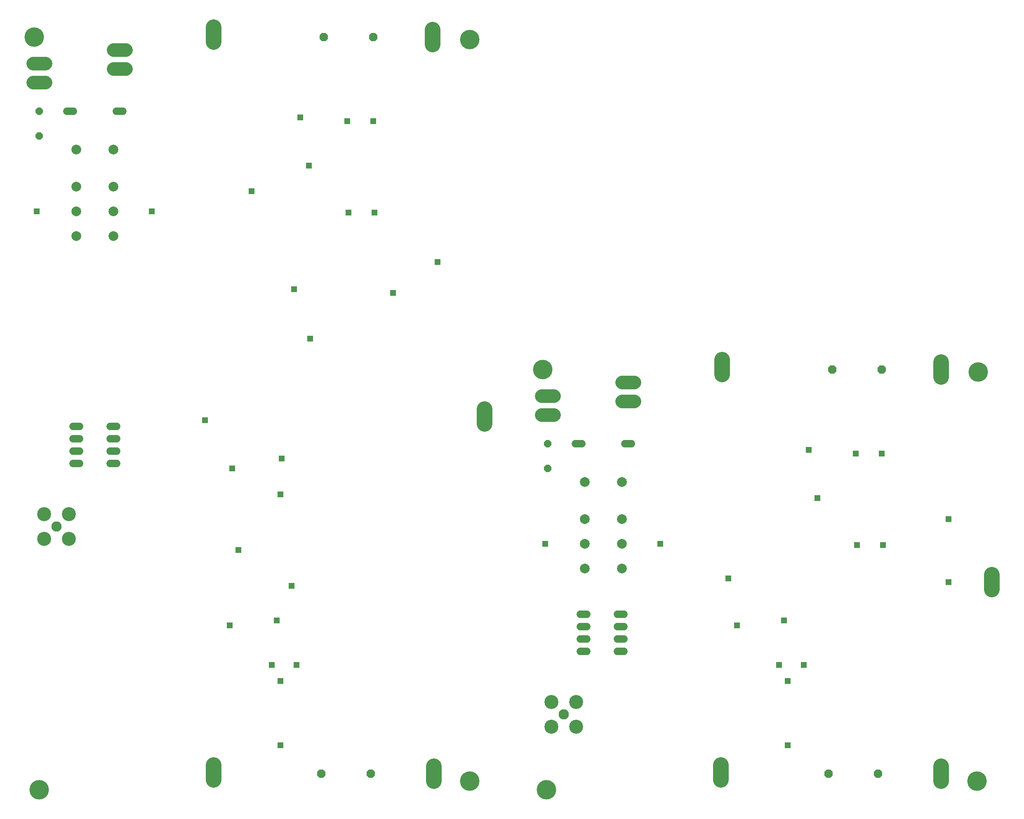
<source format=gbs>
G75*
%MOIN*%
%OFA0B0*%
%FSLAX25Y25*%
%IPPOS*%
%LPD*%
%AMOC8*
5,1,8,0,0,1.08239X$1,22.5*
%
%ADD10C,0.15750*%
%ADD11C,0.10839*%
%ADD12C,0.08300*%
%ADD13C,0.11300*%
%ADD14C,0.06000*%
%ADD15C,0.07887*%
%ADD16C,0.12650*%
%ADD17OC8,0.06000*%
%ADD18OC8,0.06800*%
%ADD19R,0.04762X0.04762*%
D10*
X0028800Y0019800D03*
X0376800Y0026800D03*
X0438800Y0019800D03*
X0786800Y0026800D03*
X0787800Y0357800D03*
X0435800Y0359800D03*
X0376800Y0626800D03*
X0024800Y0628800D03*
D11*
X0023780Y0607595D02*
X0033820Y0607595D01*
X0033820Y0592005D02*
X0023780Y0592005D01*
X0088780Y0603005D02*
X0098820Y0603005D01*
X0098820Y0618595D02*
X0088780Y0618595D01*
X0434780Y0338595D02*
X0444820Y0338595D01*
X0444820Y0323005D02*
X0434780Y0323005D01*
X0499780Y0334005D02*
X0509820Y0334005D01*
X0509820Y0349595D02*
X0499780Y0349595D01*
D12*
X0452800Y0080800D03*
X0042800Y0232800D03*
D13*
X0032761Y0222761D03*
X0052839Y0222761D03*
X0052839Y0242839D03*
X0032761Y0242839D03*
X0442761Y0090839D03*
X0462839Y0090839D03*
X0462839Y0070761D03*
X0442761Y0070761D03*
D14*
X0466200Y0131800D02*
X0471400Y0131800D01*
X0471400Y0141800D02*
X0466200Y0141800D01*
X0466200Y0151800D02*
X0471400Y0151800D01*
X0471400Y0161800D02*
X0466200Y0161800D01*
X0496200Y0161800D02*
X0501400Y0161800D01*
X0501400Y0151800D02*
X0496200Y0151800D01*
X0496200Y0141800D02*
X0501400Y0141800D01*
X0501400Y0131800D02*
X0496200Y0131800D01*
X0502200Y0299800D02*
X0507400Y0299800D01*
X0467400Y0299800D02*
X0462200Y0299800D01*
X0091400Y0303800D02*
X0086200Y0303800D01*
X0086200Y0293800D02*
X0091400Y0293800D01*
X0091400Y0283800D02*
X0086200Y0283800D01*
X0061400Y0283800D02*
X0056200Y0283800D01*
X0056200Y0293800D02*
X0061400Y0293800D01*
X0061400Y0303800D02*
X0056200Y0303800D01*
X0056200Y0313800D02*
X0061400Y0313800D01*
X0086200Y0313800D02*
X0091400Y0313800D01*
X0091200Y0568800D02*
X0096400Y0568800D01*
X0056400Y0568800D02*
X0051200Y0568800D01*
D15*
X0058800Y0537800D03*
X0088800Y0537800D03*
X0088800Y0507800D03*
X0088800Y0487800D03*
X0088800Y0467800D03*
X0058800Y0467800D03*
X0058800Y0487800D03*
X0058800Y0507800D03*
X0469800Y0268800D03*
X0499800Y0268800D03*
X0499800Y0238800D03*
X0499800Y0218800D03*
X0499800Y0198800D03*
X0469800Y0198800D03*
X0469800Y0218800D03*
X0469800Y0238800D03*
D16*
X0388800Y0315875D02*
X0388800Y0327725D01*
X0580800Y0355875D02*
X0580800Y0367725D01*
X0757800Y0365725D02*
X0757800Y0353875D01*
X0798800Y0193725D02*
X0798800Y0181875D01*
X0757800Y0038725D02*
X0757800Y0026875D01*
X0579800Y0027875D02*
X0579800Y0039725D01*
X0347800Y0038725D02*
X0347800Y0026875D01*
X0169800Y0027875D02*
X0169800Y0039725D01*
X0169800Y0624875D02*
X0169800Y0636725D01*
X0346800Y0634725D02*
X0346800Y0622875D01*
D17*
X0028800Y0568800D03*
X0028800Y0548800D03*
X0439800Y0299800D03*
X0439800Y0279800D03*
D18*
X0669800Y0359800D03*
X0709800Y0359800D03*
X0706800Y0032800D03*
X0666800Y0032800D03*
X0296800Y0032800D03*
X0256800Y0032800D03*
X0258800Y0628800D03*
X0298800Y0628800D03*
D19*
X0239800Y0563800D03*
X0277800Y0560800D03*
X0298800Y0560800D03*
X0246800Y0524800D03*
X0278800Y0486800D03*
X0299800Y0486800D03*
X0350800Y0446800D03*
X0314800Y0421800D03*
X0247800Y0384800D03*
X0234800Y0424800D03*
X0200500Y0504100D03*
X0119800Y0487800D03*
X0026800Y0487800D03*
X0162800Y0318800D03*
X0184800Y0279800D03*
X0224800Y0287800D03*
X0223800Y0258800D03*
X0189800Y0213800D03*
X0232800Y0184800D03*
X0220800Y0156800D03*
X0216800Y0120800D03*
X0223800Y0107800D03*
X0236800Y0120800D03*
X0182800Y0152800D03*
X0223800Y0055800D03*
X0437800Y0218800D03*
X0530800Y0218800D03*
X0585800Y0190800D03*
X0592800Y0152800D03*
X0630800Y0156800D03*
X0626800Y0120800D03*
X0633800Y0107800D03*
X0646800Y0120800D03*
X0633800Y0055800D03*
X0763800Y0187800D03*
X0710800Y0217800D03*
X0689800Y0217800D03*
X0657800Y0255800D03*
X0688800Y0291800D03*
X0709800Y0291800D03*
X0650800Y0294800D03*
X0763800Y0238800D03*
M02*

</source>
